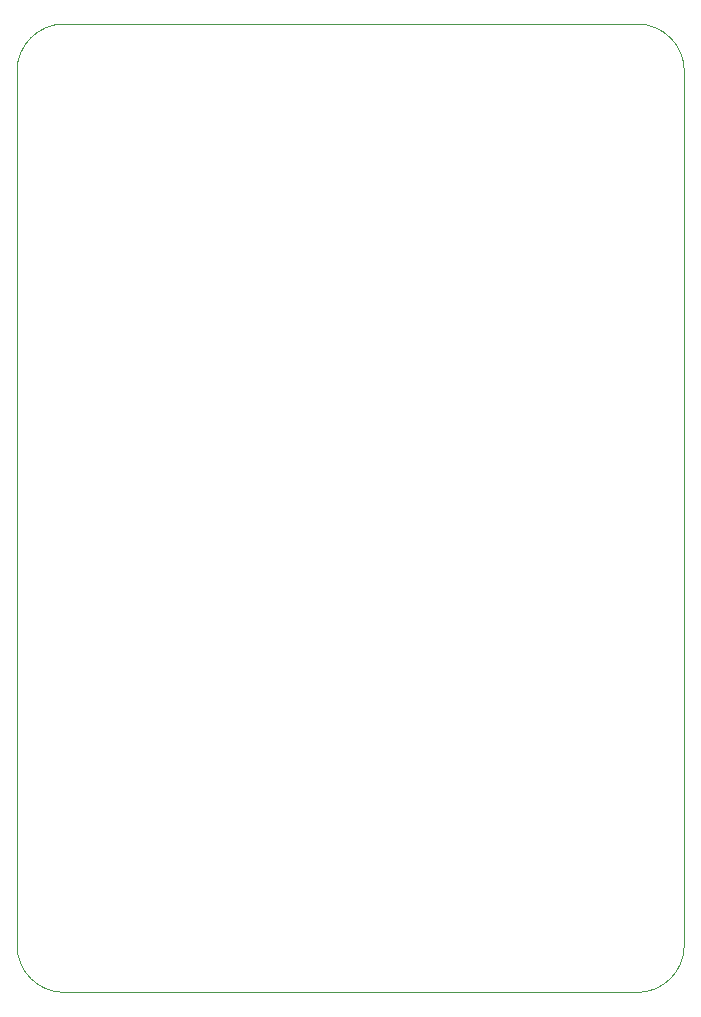
<source format=gbr>
G04 #@! TF.GenerationSoftware,KiCad,Pcbnew,(5.1.2)-2*
G04 #@! TF.CreationDate,2019-10-04T19:12:57-04:00*
G04 #@! TF.ProjectId,High_Current_Buck,48696768-5f43-4757-9272-656e745f4275,rev?*
G04 #@! TF.SameCoordinates,Original*
G04 #@! TF.FileFunction,Profile,NP*
%FSLAX46Y46*%
G04 Gerber Fmt 4.6, Leading zero omitted, Abs format (unit mm)*
G04 Created by KiCad (PCBNEW (5.1.2)-2) date 2019-10-04 19:12:57*
%MOMM*%
%LPD*%
G04 APERTURE LIST*
%ADD10C,0.050000*%
G04 APERTURE END LIST*
D10*
X53500000Y-121000000D02*
G75*
G02X49500000Y-117000000I0J4000000D01*
G01*
X102000000Y-121000000D02*
X53500000Y-121000000D01*
X106000000Y-117000000D02*
G75*
G02X102000000Y-121000000I-4000000J0D01*
G01*
X106000000Y-43000000D02*
X106000000Y-117000000D01*
X102000000Y-39000000D02*
G75*
G02X106000000Y-43000000I0J-4000000D01*
G01*
X49500000Y-43000000D02*
X49500000Y-117000000D01*
X49500000Y-43000000D02*
G75*
G02X53500000Y-39000000I4000000J0D01*
G01*
X53500000Y-39000000D02*
X102000000Y-39000000D01*
M02*

</source>
